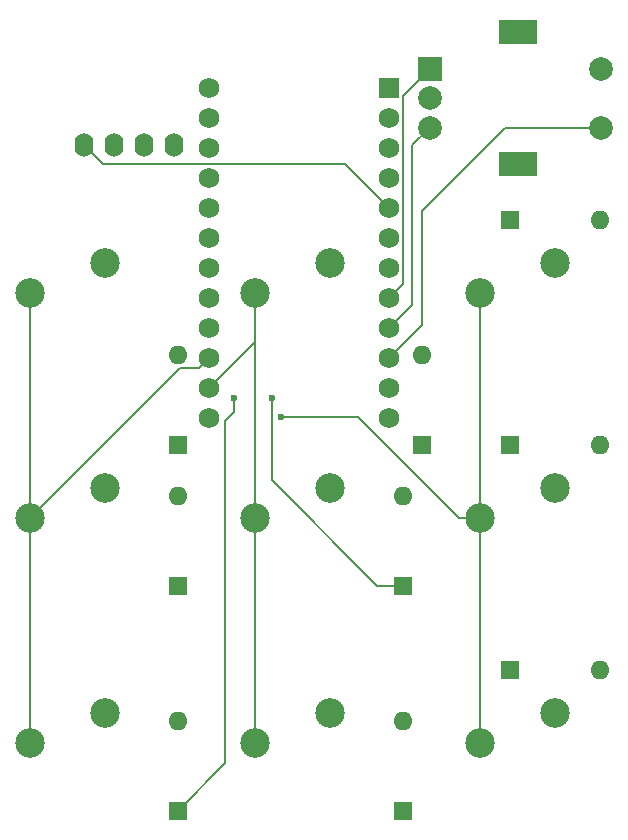
<source format=gbl>
%TF.GenerationSoftware,KiCad,Pcbnew,8.0.4*%
%TF.CreationDate,2024-07-27T19:33:33+02:00*%
%TF.ProjectId,pcb_macropad,7063625f-6d61-4637-926f-7061642e6b69,rev?*%
%TF.SameCoordinates,Original*%
%TF.FileFunction,Copper,L2,Bot*%
%TF.FilePolarity,Positive*%
%FSLAX46Y46*%
G04 Gerber Fmt 4.6, Leading zero omitted, Abs format (unit mm)*
G04 Created by KiCad (PCBNEW 8.0.4) date 2024-07-27 19:33:33*
%MOMM*%
%LPD*%
G01*
G04 APERTURE LIST*
%TA.AperFunction,ComponentPad*%
%ADD10C,2.500000*%
%TD*%
%TA.AperFunction,ComponentPad*%
%ADD11O,1.600000X2.000000*%
%TD*%
%TA.AperFunction,ComponentPad*%
%ADD12R,2.000000X2.000000*%
%TD*%
%TA.AperFunction,ComponentPad*%
%ADD13C,2.000000*%
%TD*%
%TA.AperFunction,ComponentPad*%
%ADD14R,3.200000X2.000000*%
%TD*%
%TA.AperFunction,ComponentPad*%
%ADD15R,1.600000X1.600000*%
%TD*%
%TA.AperFunction,ComponentPad*%
%ADD16O,1.600000X1.600000*%
%TD*%
%TA.AperFunction,ComponentPad*%
%ADD17R,1.752600X1.752600*%
%TD*%
%TA.AperFunction,ComponentPad*%
%ADD18C,1.752600*%
%TD*%
%TA.AperFunction,ViaPad*%
%ADD19C,0.600000*%
%TD*%
%TA.AperFunction,Conductor*%
%ADD20C,0.200000*%
%TD*%
G04 APERTURE END LIST*
D10*
%TO.P,S5,1,1*%
%TO.N,Column 2*%
X80962500Y-77787500D03*
%TO.P,S5,2,2*%
%TO.N,Net-(D5-A)*%
X87312500Y-75247500D03*
%TD*%
%TO.P,S4,1,1*%
%TO.N,Column 1*%
X61912500Y-77787500D03*
%TO.P,S4,2,2*%
%TO.N,Net-(D4-A)*%
X68262500Y-75247500D03*
%TD*%
%TO.P,S1,1,1*%
%TO.N,Column 1*%
X61912500Y-58737500D03*
%TO.P,S1,2,2*%
%TO.N,Net-(D1-A)*%
X68262500Y-56197500D03*
%TD*%
%TO.P,S6,1,1*%
%TO.N,Column 3*%
X100012500Y-77787500D03*
%TO.P,S6,2,2*%
%TO.N,Net-(D6-A)*%
X106362500Y-75247500D03*
%TD*%
D11*
%TO.P,J1,1,GND*%
%TO.N,GND*%
X74136250Y-46196250D03*
%TO.P,J1,2,VCC*%
%TO.N,VCC*%
X71596250Y-46196250D03*
%TO.P,J1,3,SCL*%
%TO.N,SCL*%
X69056250Y-46196250D03*
%TO.P,J1,4,SDA*%
%TO.N,SDA*%
X66516250Y-46196250D03*
%TD*%
D10*
%TO.P,S9,1,1*%
%TO.N,Column 3*%
X100012500Y-96837500D03*
%TO.P,S9,2,2*%
%TO.N,Net-(D9-A)*%
X106362500Y-94297500D03*
%TD*%
%TO.P,S8,1,1*%
%TO.N,Column 2*%
X80962500Y-96837500D03*
%TO.P,S8,2,2*%
%TO.N,Net-(D8-A)*%
X87312500Y-94297500D03*
%TD*%
%TO.P,S2,1,1*%
%TO.N,Column 2*%
X80962500Y-58737500D03*
%TO.P,S2,2,2*%
%TO.N,Net-(D2-A)*%
X87312500Y-56197500D03*
%TD*%
%TO.P,S7,1,1*%
%TO.N,Column 1*%
X61912500Y-96837500D03*
%TO.P,S7,2,2*%
%TO.N,Net-(D7-A)*%
X68262500Y-94297500D03*
%TD*%
D12*
%TO.P,SW1,A,A*%
%TO.N,EncoderA*%
X95778750Y-39727500D03*
D13*
%TO.P,SW1,B,B*%
%TO.N,EncoderB*%
X95778750Y-44727500D03*
%TO.P,SW1,C,C*%
%TO.N,GND*%
X95778750Y-42227500D03*
D14*
%TO.P,SW1,MP*%
%TO.N,N/C*%
X103278750Y-36627500D03*
X103278750Y-47827500D03*
D13*
%TO.P,SW1,S1,S1*%
%TO.N,EncoderSW*%
X110278750Y-44727500D03*
%TO.P,SW1,S2,S2*%
%TO.N,GND*%
X110278750Y-39727500D03*
%TD*%
D10*
%TO.P,S3,1,1*%
%TO.N,Column 3*%
X100012500Y-58737500D03*
%TO.P,S3,2,2*%
%TO.N,Net-(D3-A)*%
X106362500Y-56197500D03*
%TD*%
D15*
%TO.P,D1,1,K*%
%TO.N,Row 1*%
X74453750Y-71596250D03*
D16*
%TO.P,D1,2,A*%
%TO.N,Net-(D1-A)*%
X74453750Y-63976250D03*
%TD*%
D15*
%TO.P,D8,1,K*%
%TO.N,Row 3*%
X93503750Y-102552500D03*
D16*
%TO.P,D8,2,A*%
%TO.N,Net-(D8-A)*%
X93503750Y-94932500D03*
%TD*%
D15*
%TO.P,D4,1,K*%
%TO.N,Row 2*%
X74453750Y-83502500D03*
D16*
%TO.P,D4,2,A*%
%TO.N,Net-(D4-A)*%
X74453750Y-75882500D03*
%TD*%
D15*
%TO.P,D7,1,K*%
%TO.N,Row 3*%
X74453750Y-102552500D03*
D16*
%TO.P,D7,2,A*%
%TO.N,Net-(D7-A)*%
X74453750Y-94932500D03*
%TD*%
D15*
%TO.P,D3,1,K*%
%TO.N,Row 1*%
X102552500Y-52546250D03*
D16*
%TO.P,D3,2,A*%
%TO.N,Net-(D3-A)*%
X110172500Y-52546250D03*
%TD*%
D15*
%TO.P,D2,1,K*%
%TO.N,Row 1*%
X95091250Y-71596250D03*
D16*
%TO.P,D2,2,A*%
%TO.N,Net-(D2-A)*%
X95091250Y-63976250D03*
%TD*%
D15*
%TO.P,D9,1,K*%
%TO.N,Row 3*%
X102552500Y-90646250D03*
D16*
%TO.P,D9,2,A*%
%TO.N,Net-(D9-A)*%
X110172500Y-90646250D03*
%TD*%
D15*
%TO.P,D5,1,K*%
%TO.N,Row 2*%
X93503750Y-83502500D03*
D16*
%TO.P,D5,2,A*%
%TO.N,Net-(D5-A)*%
X93503750Y-75882500D03*
%TD*%
D15*
%TO.P,D6,1,K*%
%TO.N,Row 2*%
X102552500Y-71596250D03*
D16*
%TO.P,D6,2,A*%
%TO.N,Net-(D6-A)*%
X110172500Y-71596250D03*
%TD*%
D17*
%TO.P,U1,1,TX0/PD3*%
%TO.N,unconnected-(U1-TX0{slash}PD3-Pad1)*%
X92317500Y-41382500D03*
D18*
%TO.P,U1,2,RX1/PD2*%
%TO.N,unconnected-(U1-RX1{slash}PD2-Pad2)*%
X92317500Y-43922500D03*
%TO.P,U1,3,GND*%
%TO.N,GND*%
X92317500Y-46462500D03*
%TO.P,U1,4,GND*%
X92317500Y-49002500D03*
%TO.P,U1,5,2/PD1*%
%TO.N,SDA*%
X92317500Y-51542500D03*
%TO.P,U1,6,3/PD0*%
%TO.N,SCL*%
X92317500Y-54082500D03*
%TO.P,U1,7,4/PD4*%
%TO.N,unconnected-(U1-4{slash}PD4-Pad7)*%
X92317500Y-56622500D03*
%TO.P,U1,8,5/PC6*%
%TO.N,EncoderA*%
X92317500Y-59162500D03*
%TO.P,U1,9,6/PD7*%
%TO.N,EncoderB*%
X92317500Y-61702500D03*
%TO.P,U1,10,7/PE6*%
%TO.N,EncoderSW*%
X92317500Y-64242500D03*
%TO.P,U1,11,8/PB4*%
%TO.N,unconnected-(U1-8{slash}PB4-Pad11)*%
X92317500Y-66782500D03*
%TO.P,U1,12,9/PB5*%
%TO.N,unconnected-(U1-9{slash}PB5-Pad12)*%
X92317500Y-69322500D03*
%TO.P,U1,13,10/PB6*%
%TO.N,Column 3*%
X77077500Y-69322500D03*
%TO.P,U1,14,16/PB2*%
%TO.N,Column 2*%
X77077500Y-66782500D03*
%TO.P,U1,15,14/PB3*%
%TO.N,Column 1*%
X77077500Y-64242500D03*
%TO.P,U1,16,15/PB1*%
%TO.N,Row 3*%
X77077500Y-61702500D03*
%TO.P,U1,17,A0/PF7*%
%TO.N,Row 2*%
X77077500Y-59162500D03*
%TO.P,U1,18,A1/PF6*%
%TO.N,Row 1*%
X77077500Y-56622500D03*
%TO.P,U1,19,A2/PF5*%
%TO.N,unconnected-(U1-A2{slash}PF5-Pad19)*%
X77077500Y-54082500D03*
%TO.P,U1,20,A3/PF4*%
%TO.N,unconnected-(U1-A3{slash}PF4-Pad20)*%
X77077500Y-51542500D03*
%TO.P,U1,21,VCC*%
%TO.N,VCC*%
X77077500Y-49002500D03*
%TO.P,U1,22,RST*%
%TO.N,unconnected-(U1-RST-Pad22)*%
X77077500Y-46462500D03*
%TO.P,U1,23,GND*%
%TO.N,GND*%
X77077500Y-43922500D03*
%TO.P,U1,24,RAW*%
%TO.N,unconnected-(U1-RAW-Pad24)*%
X77077500Y-41382500D03*
%TD*%
D19*
%TO.N,Row 2*%
X82391250Y-67627500D03*
%TO.N,Row 3*%
X79216250Y-67627500D03*
%TO.N,Column 3*%
X83185000Y-69215000D03*
%TD*%
D20*
%TO.N,Row 2*%
X82391250Y-67627500D02*
X82391250Y-74598662D01*
X91295088Y-83502500D02*
X93503750Y-83502500D01*
X82391250Y-74598662D02*
X91295088Y-83502500D01*
%TO.N,Row 3*%
X78467500Y-69596040D02*
X78467500Y-98538750D01*
X78467500Y-98538750D02*
X74453750Y-102552500D01*
X79216250Y-68847290D02*
X78467500Y-69596040D01*
X79216250Y-67627500D02*
X79216250Y-68847290D01*
%TO.N,SDA*%
X66516250Y-46196250D02*
X68146200Y-47826200D01*
X68146200Y-47826200D02*
X88601200Y-47826200D01*
X88601200Y-47826200D02*
X92317500Y-51542500D01*
%TO.N,Column 1*%
X61912500Y-77787500D02*
X74623750Y-65076250D01*
X74623750Y-65076250D02*
X76243750Y-65076250D01*
X76243750Y-65076250D02*
X77077500Y-64242500D01*
X61912500Y-58737500D02*
X61912500Y-96837500D01*
%TO.N,Column 2*%
X80962500Y-58737500D02*
X80962500Y-96837500D01*
X80962500Y-62897500D02*
X77077500Y-66782500D01*
X80962500Y-58737500D02*
X80962500Y-62897500D01*
%TO.N,Column 3*%
X100012500Y-77787500D02*
X98244734Y-77787500D01*
X89672234Y-69215000D02*
X83185000Y-69215000D01*
X98244734Y-77787500D02*
X89672234Y-69215000D01*
X100012500Y-58737500D02*
X100012500Y-96837500D01*
%TO.N,EncoderA*%
X93493800Y-42012450D02*
X95778750Y-39727500D01*
X92317500Y-59162500D02*
X93493800Y-57986200D01*
X93493800Y-57986200D02*
X93493800Y-42012450D01*
%TO.N,EncoderB*%
X94297500Y-46208750D02*
X95778750Y-44727500D01*
X94297500Y-59722500D02*
X94297500Y-46208750D01*
X92317500Y-61702500D02*
X94297500Y-59722500D01*
%TO.N,EncoderSW*%
X92317500Y-64242500D02*
X95091250Y-61468750D01*
X95091250Y-51752500D02*
X102116250Y-44727500D01*
X95091250Y-61468750D02*
X95091250Y-51752500D01*
X102116250Y-44727500D02*
X110278750Y-44727500D01*
%TD*%
M02*

</source>
